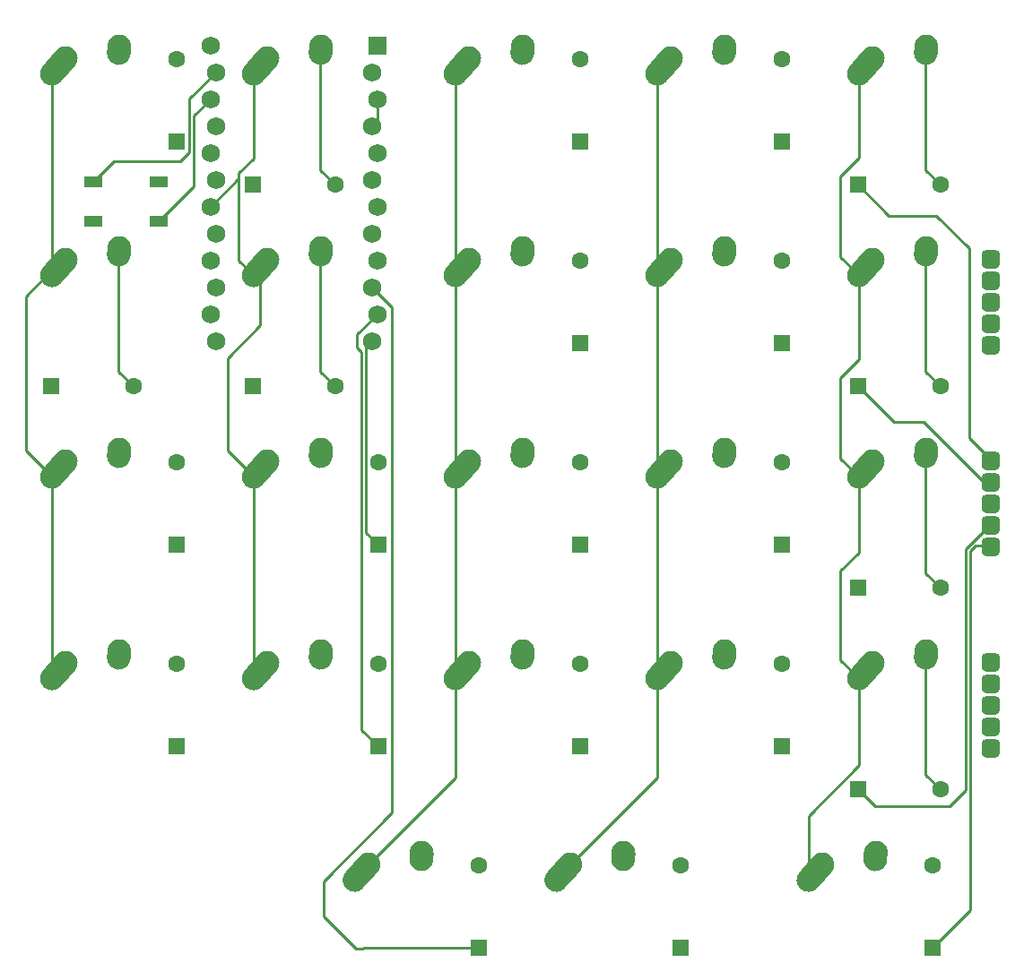
<source format=gtl>
%TF.GenerationSoftware,KiCad,Pcbnew,(5.1.12)-1*%
%TF.CreationDate,2022-01-01T12:52:38-05:00*%
%TF.ProjectId,my-keeb-1,6d792d6b-6565-4622-9d31-2e6b69636164,rev?*%
%TF.SameCoordinates,Original*%
%TF.FileFunction,Copper,L1,Top*%
%TF.FilePolarity,Positive*%
%FSLAX46Y46*%
G04 Gerber Fmt 4.6, Leading zero omitted, Abs format (unit mm)*
G04 Created by KiCad (PCBNEW (5.1.12)-1) date 2022-01-01 12:52:38*
%MOMM*%
%LPD*%
G01*
G04 APERTURE LIST*
%TA.AperFunction,ComponentPad*%
%ADD10C,2.250000*%
%TD*%
%TA.AperFunction,ComponentPad*%
%ADD11C,1.752600*%
%TD*%
%TA.AperFunction,ComponentPad*%
%ADD12R,1.752600X1.752600*%
%TD*%
%TA.AperFunction,SMDPad,CuDef*%
%ADD13R,1.800000X1.100000*%
%TD*%
%TA.AperFunction,ComponentPad*%
%ADD14R,1.600000X1.600000*%
%TD*%
%TA.AperFunction,ComponentPad*%
%ADD15C,1.600000*%
%TD*%
%TA.AperFunction,Conductor*%
%ADD16C,0.254000*%
%TD*%
G04 APERTURE END LIST*
%TO.P,M3,5*%
%TO.N,COL9*%
%TA.AperFunction,ComponentPad*%
G36*
G01*
X107937300Y-36772850D02*
X107937300Y-37649150D01*
G75*
G02*
X107499150Y-38087300I-438150J0D01*
G01*
X106622850Y-38087300D01*
G75*
G02*
X106184700Y-37649150I0J438150D01*
G01*
X106184700Y-36772850D01*
G75*
G02*
X106622850Y-36334700I438150J0D01*
G01*
X107499150Y-36334700D01*
G75*
G02*
X107937300Y-36772850I0J-438150D01*
G01*
G37*
%TD.AperFunction*%
%TO.P,M3,4*%
%TO.N,COL8*%
%TA.AperFunction,ComponentPad*%
G36*
G01*
X107937300Y-38804850D02*
X107937300Y-39681150D01*
G75*
G02*
X107499150Y-40119300I-438150J0D01*
G01*
X106622850Y-40119300D01*
G75*
G02*
X106184700Y-39681150I0J438150D01*
G01*
X106184700Y-38804850D01*
G75*
G02*
X106622850Y-38366700I438150J0D01*
G01*
X107499150Y-38366700D01*
G75*
G02*
X107937300Y-38804850I0J-438150D01*
G01*
G37*
%TD.AperFunction*%
%TO.P,M3,3*%
%TO.N,COL7*%
%TA.AperFunction,ComponentPad*%
G36*
G01*
X107937300Y-40836850D02*
X107937300Y-41713150D01*
G75*
G02*
X107499150Y-42151300I-438150J0D01*
G01*
X106622850Y-42151300D01*
G75*
G02*
X106184700Y-41713150I0J438150D01*
G01*
X106184700Y-40836850D01*
G75*
G02*
X106622850Y-40398700I438150J0D01*
G01*
X107499150Y-40398700D01*
G75*
G02*
X107937300Y-40836850I0J-438150D01*
G01*
G37*
%TD.AperFunction*%
%TO.P,M3,2*%
%TO.N,COL6*%
%TA.AperFunction,ComponentPad*%
G36*
G01*
X107937300Y-42868850D02*
X107937300Y-43745150D01*
G75*
G02*
X107499150Y-44183300I-438150J0D01*
G01*
X106622850Y-44183300D01*
G75*
G02*
X106184700Y-43745150I0J438150D01*
G01*
X106184700Y-42868850D01*
G75*
G02*
X106622850Y-42430700I438150J0D01*
G01*
X107499150Y-42430700D01*
G75*
G02*
X107937300Y-42868850I0J-438150D01*
G01*
G37*
%TD.AperFunction*%
%TO.P,M3,1*%
%TO.N,COL5*%
%TA.AperFunction,ComponentPad*%
G36*
G01*
X107937300Y-44900850D02*
X107937300Y-45777150D01*
G75*
G02*
X107499150Y-46215300I-438150J0D01*
G01*
X106622850Y-46215300D01*
G75*
G02*
X106184700Y-45777150I0J438150D01*
G01*
X106184700Y-44900850D01*
G75*
G02*
X106622850Y-44462700I438150J0D01*
G01*
X107499150Y-44462700D01*
G75*
G02*
X107937300Y-44900850I0J-438150D01*
G01*
G37*
%TD.AperFunction*%
%TD*%
%TO.P,M2,5*%
%TO.N,COL4*%
%TA.AperFunction,ComponentPad*%
G36*
G01*
X106184700Y-83877150D02*
X106184700Y-83000850D01*
G75*
G02*
X106622850Y-82562700I438150J0D01*
G01*
X107499150Y-82562700D01*
G75*
G02*
X107937300Y-83000850I0J-438150D01*
G01*
X107937300Y-83877150D01*
G75*
G02*
X107499150Y-84315300I-438150J0D01*
G01*
X106622850Y-84315300D01*
G75*
G02*
X106184700Y-83877150I0J438150D01*
G01*
G37*
%TD.AperFunction*%
%TO.P,M2,4*%
%TO.N,COL3*%
%TA.AperFunction,ComponentPad*%
G36*
G01*
X106184700Y-81845150D02*
X106184700Y-80968850D01*
G75*
G02*
X106622850Y-80530700I438150J0D01*
G01*
X107499150Y-80530700D01*
G75*
G02*
X107937300Y-80968850I0J-438150D01*
G01*
X107937300Y-81845150D01*
G75*
G02*
X107499150Y-82283300I-438150J0D01*
G01*
X106622850Y-82283300D01*
G75*
G02*
X106184700Y-81845150I0J438150D01*
G01*
G37*
%TD.AperFunction*%
%TO.P,M2,3*%
%TO.N,COL2*%
%TA.AperFunction,ComponentPad*%
G36*
G01*
X106184700Y-79813150D02*
X106184700Y-78936850D01*
G75*
G02*
X106622850Y-78498700I438150J0D01*
G01*
X107499150Y-78498700D01*
G75*
G02*
X107937300Y-78936850I0J-438150D01*
G01*
X107937300Y-79813150D01*
G75*
G02*
X107499150Y-80251300I-438150J0D01*
G01*
X106622850Y-80251300D01*
G75*
G02*
X106184700Y-79813150I0J438150D01*
G01*
G37*
%TD.AperFunction*%
%TO.P,M2,2*%
%TO.N,COL1*%
%TA.AperFunction,ComponentPad*%
G36*
G01*
X106184700Y-77781150D02*
X106184700Y-76904850D01*
G75*
G02*
X106622850Y-76466700I438150J0D01*
G01*
X107499150Y-76466700D01*
G75*
G02*
X107937300Y-76904850I0J-438150D01*
G01*
X107937300Y-77781150D01*
G75*
G02*
X107499150Y-78219300I-438150J0D01*
G01*
X106622850Y-78219300D01*
G75*
G02*
X106184700Y-77781150I0J438150D01*
G01*
G37*
%TD.AperFunction*%
%TO.P,M2,1*%
%TO.N,COL0*%
%TA.AperFunction,ComponentPad*%
G36*
G01*
X106184700Y-75749150D02*
X106184700Y-74872850D01*
G75*
G02*
X106622850Y-74434700I438150J0D01*
G01*
X107499150Y-74434700D01*
G75*
G02*
X107937300Y-74872850I0J-438150D01*
G01*
X107937300Y-75749150D01*
G75*
G02*
X107499150Y-76187300I-438150J0D01*
G01*
X106622850Y-76187300D01*
G75*
G02*
X106184700Y-75749150I0J438150D01*
G01*
G37*
%TD.AperFunction*%
%TD*%
%TO.P,M1,5*%
%TO.N,ROW4*%
%TA.AperFunction,ComponentPad*%
G36*
G01*
X106184700Y-64827150D02*
X106184700Y-63950850D01*
G75*
G02*
X106622850Y-63512700I438150J0D01*
G01*
X107499150Y-63512700D01*
G75*
G02*
X107937300Y-63950850I0J-438150D01*
G01*
X107937300Y-64827150D01*
G75*
G02*
X107499150Y-65265300I-438150J0D01*
G01*
X106622850Y-65265300D01*
G75*
G02*
X106184700Y-64827150I0J438150D01*
G01*
G37*
%TD.AperFunction*%
%TO.P,M1,4*%
%TO.N,ROW3*%
%TA.AperFunction,ComponentPad*%
G36*
G01*
X106184700Y-62795150D02*
X106184700Y-61918850D01*
G75*
G02*
X106622850Y-61480700I438150J0D01*
G01*
X107499150Y-61480700D01*
G75*
G02*
X107937300Y-61918850I0J-438150D01*
G01*
X107937300Y-62795150D01*
G75*
G02*
X107499150Y-63233300I-438150J0D01*
G01*
X106622850Y-63233300D01*
G75*
G02*
X106184700Y-62795150I0J438150D01*
G01*
G37*
%TD.AperFunction*%
%TO.P,M1,3*%
%TO.N,ROW2*%
%TA.AperFunction,ComponentPad*%
G36*
G01*
X106184700Y-60763150D02*
X106184700Y-59886850D01*
G75*
G02*
X106622850Y-59448700I438150J0D01*
G01*
X107499150Y-59448700D01*
G75*
G02*
X107937300Y-59886850I0J-438150D01*
G01*
X107937300Y-60763150D01*
G75*
G02*
X107499150Y-61201300I-438150J0D01*
G01*
X106622850Y-61201300D01*
G75*
G02*
X106184700Y-60763150I0J438150D01*
G01*
G37*
%TD.AperFunction*%
%TO.P,M1,2*%
%TO.N,ROW1*%
%TA.AperFunction,ComponentPad*%
G36*
G01*
X106184700Y-58731150D02*
X106184700Y-57854850D01*
G75*
G02*
X106622850Y-57416700I438150J0D01*
G01*
X107499150Y-57416700D01*
G75*
G02*
X107937300Y-57854850I0J-438150D01*
G01*
X107937300Y-58731150D01*
G75*
G02*
X107499150Y-59169300I-438150J0D01*
G01*
X106622850Y-59169300D01*
G75*
G02*
X106184700Y-58731150I0J438150D01*
G01*
G37*
%TD.AperFunction*%
%TO.P,M1,1*%
%TO.N,ROW0*%
%TA.AperFunction,ComponentPad*%
G36*
G01*
X106184700Y-56699150D02*
X106184700Y-55822850D01*
G75*
G02*
X106622850Y-55384700I438150J0D01*
G01*
X107499150Y-55384700D01*
G75*
G02*
X107937300Y-55822850I0J-438150D01*
G01*
X107937300Y-56699150D01*
G75*
G02*
X107499150Y-57137300I-438150J0D01*
G01*
X106622850Y-57137300D01*
G75*
G02*
X106184700Y-56699150I0J438150D01*
G01*
G37*
%TD.AperFunction*%
%TD*%
D10*
%TO.P,MX19,1*%
%TO.N,COL4*%
X95925000Y-18225000D03*
%TA.AperFunction,ComponentPad*%
G36*
G01*
X93863688Y-20522350D02*
X93863683Y-20522345D01*
G75*
G02*
X93777655Y-18933683I751317J837345D01*
G01*
X95087657Y-17473683D01*
G75*
G02*
X96676319Y-17387655I837345J-751317D01*
G01*
X96676319Y-17387655D01*
G75*
G02*
X96762347Y-18976317I-751317J-837345D01*
G01*
X95452345Y-20436317D01*
G75*
G02*
X93863683Y-20522345I-837345J751317D01*
G01*
G37*
%TD.AperFunction*%
%TO.P,MX19,2*%
%TO.N,Net-(D19-Pad2)*%
X100965000Y-17145000D03*
%TA.AperFunction,ComponentPad*%
G36*
G01*
X100848483Y-18847395D02*
X100847597Y-18847334D01*
G75*
G02*
X99802666Y-17647597I77403J1122334D01*
G01*
X99842666Y-17067597D01*
G75*
G02*
X101042403Y-16022666I1122334J-77403D01*
G01*
X101042403Y-16022666D01*
G75*
G02*
X102087334Y-17222403I-77403J-1122334D01*
G01*
X102047334Y-17802403D01*
G75*
G02*
X100847597Y-18847334I-1122334J77403D01*
G01*
G37*
%TD.AperFunction*%
%TD*%
D11*
%TO.P,U1,24*%
%TO.N,Net-(U1-Pad24)*%
X33426400Y-16986250D03*
%TO.P,U1,12*%
%TO.N,ROW2*%
X48666400Y-44926250D03*
%TO.P,U1,23*%
%TO.N,GND*%
X33883600Y-19526250D03*
%TO.P,U1,22*%
%TO.N,Net-(SW1-Pad1)*%
X33426400Y-22066250D03*
%TO.P,U1,21*%
%TO.N,VCC*%
X33883600Y-24606250D03*
%TO.P,U1,20*%
%TO.N,ROW0*%
X33426400Y-27146250D03*
%TO.P,U1,19*%
%TO.N,COL0*%
X33883600Y-29686250D03*
%TO.P,U1,18*%
%TO.N,COL1*%
X33426400Y-32226250D03*
%TO.P,U1,17*%
%TO.N,COL2*%
X33883600Y-34766250D03*
%TO.P,U1,16*%
%TO.N,COL3*%
X33426400Y-37306250D03*
%TO.P,U1,15*%
%TO.N,COL4*%
X33883600Y-39846250D03*
%TO.P,U1,14*%
%TO.N,Net-(U1-Pad14)*%
X33426400Y-42386250D03*
%TO.P,U1,13*%
%TO.N,ROW1*%
X33883600Y-44926250D03*
%TO.P,U1,11*%
%TO.N,ROW3*%
X49123600Y-42386250D03*
%TO.P,U1,10*%
%TO.N,ROW4*%
X48666400Y-39846250D03*
%TO.P,U1,9*%
%TO.N,COL5*%
X49123600Y-37306250D03*
%TO.P,U1,8*%
%TO.N,COL6*%
X48666400Y-34766250D03*
%TO.P,U1,7*%
%TO.N,COL7*%
X49123600Y-32226250D03*
%TO.P,U1,6*%
%TO.N,COL8*%
X48666400Y-29686250D03*
%TO.P,U1,5*%
%TO.N,COL9*%
X49123600Y-27146250D03*
%TO.P,U1,4*%
%TO.N,GND*%
X48666400Y-24606250D03*
%TO.P,U1,3*%
X49123600Y-22066250D03*
%TO.P,U1,2*%
%TO.N,Net-(U1-Pad2)*%
X48666400Y-19526250D03*
D12*
%TO.P,U1,1*%
%TO.N,Net-(U1-Pad1)*%
X49123600Y-16986250D03*
%TD*%
D13*
%TO.P,SW1,1*%
%TO.N,Net-(SW1-Pad1)*%
X28500000Y-33600000D03*
%TO.P,SW1,2*%
%TO.N,GND*%
X22300000Y-29900000D03*
%TO.P,SW1,3*%
%TO.N,N/C*%
X28500000Y-29900000D03*
%TO.P,SW1,4*%
X22300000Y-33600000D03*
%TD*%
%TO.P,MX23,2*%
%TO.N,Net-(D23-Pad2)*%
%TA.AperFunction,ComponentPad*%
G36*
G01*
X96085983Y-95047395D02*
X96085097Y-95047334D01*
G75*
G02*
X95040166Y-93847597I77403J1122334D01*
G01*
X95080166Y-93267597D01*
G75*
G02*
X96279903Y-92222666I1122334J-77403D01*
G01*
X96279903Y-92222666D01*
G75*
G02*
X97324834Y-93422403I-77403J-1122334D01*
G01*
X97284834Y-94002403D01*
G75*
G02*
X96085097Y-95047334I-1122334J77403D01*
G01*
G37*
%TD.AperFunction*%
D10*
X96202500Y-93345000D03*
%TO.P,MX23,1*%
%TO.N,COL4*%
%TA.AperFunction,ComponentPad*%
G36*
G01*
X89101188Y-96722350D02*
X89101183Y-96722345D01*
G75*
G02*
X89015155Y-95133683I751317J837345D01*
G01*
X90325157Y-93673683D01*
G75*
G02*
X91913819Y-93587655I837345J-751317D01*
G01*
X91913819Y-93587655D01*
G75*
G02*
X91999847Y-95176317I-751317J-837345D01*
G01*
X90689845Y-96636317D01*
G75*
G02*
X89101183Y-96722345I-837345J751317D01*
G01*
G37*
%TD.AperFunction*%
X91162500Y-94425000D03*
%TD*%
%TO.P,MX22,2*%
%TO.N,Net-(D22-Pad2)*%
%TA.AperFunction,ComponentPad*%
G36*
G01*
X100848483Y-75997395D02*
X100847597Y-75997334D01*
G75*
G02*
X99802666Y-74797597I77403J1122334D01*
G01*
X99842666Y-74217597D01*
G75*
G02*
X101042403Y-73172666I1122334J-77403D01*
G01*
X101042403Y-73172666D01*
G75*
G02*
X102087334Y-74372403I-77403J-1122334D01*
G01*
X102047334Y-74952403D01*
G75*
G02*
X100847597Y-75997334I-1122334J77403D01*
G01*
G37*
%TD.AperFunction*%
X100965000Y-74295000D03*
%TO.P,MX22,1*%
%TO.N,COL4*%
%TA.AperFunction,ComponentPad*%
G36*
G01*
X93863688Y-77672350D02*
X93863683Y-77672345D01*
G75*
G02*
X93777655Y-76083683I751317J837345D01*
G01*
X95087657Y-74623683D01*
G75*
G02*
X96676319Y-74537655I837345J-751317D01*
G01*
X96676319Y-74537655D01*
G75*
G02*
X96762347Y-76126317I-751317J-837345D01*
G01*
X95452345Y-77586317D01*
G75*
G02*
X93863683Y-77672345I-837345J751317D01*
G01*
G37*
%TD.AperFunction*%
X95925000Y-75375000D03*
%TD*%
%TO.P,MX21,2*%
%TO.N,Net-(D21-Pad2)*%
%TA.AperFunction,ComponentPad*%
G36*
G01*
X100848483Y-56947395D02*
X100847597Y-56947334D01*
G75*
G02*
X99802666Y-55747597I77403J1122334D01*
G01*
X99842666Y-55167597D01*
G75*
G02*
X101042403Y-54122666I1122334J-77403D01*
G01*
X101042403Y-54122666D01*
G75*
G02*
X102087334Y-55322403I-77403J-1122334D01*
G01*
X102047334Y-55902403D01*
G75*
G02*
X100847597Y-56947334I-1122334J77403D01*
G01*
G37*
%TD.AperFunction*%
X100965000Y-55245000D03*
%TO.P,MX21,1*%
%TO.N,COL4*%
%TA.AperFunction,ComponentPad*%
G36*
G01*
X93863688Y-58622350D02*
X93863683Y-58622345D01*
G75*
G02*
X93777655Y-57033683I751317J837345D01*
G01*
X95087657Y-55573683D01*
G75*
G02*
X96676319Y-55487655I837345J-751317D01*
G01*
X96676319Y-55487655D01*
G75*
G02*
X96762347Y-57076317I-751317J-837345D01*
G01*
X95452345Y-58536317D01*
G75*
G02*
X93863683Y-58622345I-837345J751317D01*
G01*
G37*
%TD.AperFunction*%
X95925000Y-56325000D03*
%TD*%
%TO.P,MX20,2*%
%TO.N,Net-(D20-Pad2)*%
%TA.AperFunction,ComponentPad*%
G36*
G01*
X100848483Y-37897395D02*
X100847597Y-37897334D01*
G75*
G02*
X99802666Y-36697597I77403J1122334D01*
G01*
X99842666Y-36117597D01*
G75*
G02*
X101042403Y-35072666I1122334J-77403D01*
G01*
X101042403Y-35072666D01*
G75*
G02*
X102087334Y-36272403I-77403J-1122334D01*
G01*
X102047334Y-36852403D01*
G75*
G02*
X100847597Y-37897334I-1122334J77403D01*
G01*
G37*
%TD.AperFunction*%
X100965000Y-36195000D03*
%TO.P,MX20,1*%
%TO.N,COL4*%
%TA.AperFunction,ComponentPad*%
G36*
G01*
X93863688Y-39572350D02*
X93863683Y-39572345D01*
G75*
G02*
X93777655Y-37983683I751317J837345D01*
G01*
X95087657Y-36523683D01*
G75*
G02*
X96676319Y-36437655I837345J-751317D01*
G01*
X96676319Y-36437655D01*
G75*
G02*
X96762347Y-38026317I-751317J-837345D01*
G01*
X95452345Y-39486317D01*
G75*
G02*
X93863683Y-39572345I-837345J751317D01*
G01*
G37*
%TD.AperFunction*%
X95925000Y-37275000D03*
%TD*%
%TO.P,MX18,2*%
%TO.N,Net-(D18-Pad2)*%
%TA.AperFunction,ComponentPad*%
G36*
G01*
X72273483Y-95047395D02*
X72272597Y-95047334D01*
G75*
G02*
X71227666Y-93847597I77403J1122334D01*
G01*
X71267666Y-93267597D01*
G75*
G02*
X72467403Y-92222666I1122334J-77403D01*
G01*
X72467403Y-92222666D01*
G75*
G02*
X73512334Y-93422403I-77403J-1122334D01*
G01*
X73472334Y-94002403D01*
G75*
G02*
X72272597Y-95047334I-1122334J77403D01*
G01*
G37*
%TD.AperFunction*%
X72390000Y-93345000D03*
%TO.P,MX18,1*%
%TO.N,COL3*%
%TA.AperFunction,ComponentPad*%
G36*
G01*
X65288688Y-96722350D02*
X65288683Y-96722345D01*
G75*
G02*
X65202655Y-95133683I751317J837345D01*
G01*
X66512657Y-93673683D01*
G75*
G02*
X68101319Y-93587655I837345J-751317D01*
G01*
X68101319Y-93587655D01*
G75*
G02*
X68187347Y-95176317I-751317J-837345D01*
G01*
X66877345Y-96636317D01*
G75*
G02*
X65288683Y-96722345I-837345J751317D01*
G01*
G37*
%TD.AperFunction*%
X67350000Y-94425000D03*
%TD*%
%TO.P,MX17,2*%
%TO.N,Net-(D17-Pad2)*%
%TA.AperFunction,ComponentPad*%
G36*
G01*
X81798483Y-75997395D02*
X81797597Y-75997334D01*
G75*
G02*
X80752666Y-74797597I77403J1122334D01*
G01*
X80792666Y-74217597D01*
G75*
G02*
X81992403Y-73172666I1122334J-77403D01*
G01*
X81992403Y-73172666D01*
G75*
G02*
X83037334Y-74372403I-77403J-1122334D01*
G01*
X82997334Y-74952403D01*
G75*
G02*
X81797597Y-75997334I-1122334J77403D01*
G01*
G37*
%TD.AperFunction*%
X81915000Y-74295000D03*
%TO.P,MX17,1*%
%TO.N,COL3*%
%TA.AperFunction,ComponentPad*%
G36*
G01*
X74813688Y-77672350D02*
X74813683Y-77672345D01*
G75*
G02*
X74727655Y-76083683I751317J837345D01*
G01*
X76037657Y-74623683D01*
G75*
G02*
X77626319Y-74537655I837345J-751317D01*
G01*
X77626319Y-74537655D01*
G75*
G02*
X77712347Y-76126317I-751317J-837345D01*
G01*
X76402345Y-77586317D01*
G75*
G02*
X74813683Y-77672345I-837345J751317D01*
G01*
G37*
%TD.AperFunction*%
X76875000Y-75375000D03*
%TD*%
%TO.P,MX16,2*%
%TO.N,Net-(D16-Pad2)*%
%TA.AperFunction,ComponentPad*%
G36*
G01*
X81798483Y-56947395D02*
X81797597Y-56947334D01*
G75*
G02*
X80752666Y-55747597I77403J1122334D01*
G01*
X80792666Y-55167597D01*
G75*
G02*
X81992403Y-54122666I1122334J-77403D01*
G01*
X81992403Y-54122666D01*
G75*
G02*
X83037334Y-55322403I-77403J-1122334D01*
G01*
X82997334Y-55902403D01*
G75*
G02*
X81797597Y-56947334I-1122334J77403D01*
G01*
G37*
%TD.AperFunction*%
X81915000Y-55245000D03*
%TO.P,MX16,1*%
%TO.N,COL3*%
%TA.AperFunction,ComponentPad*%
G36*
G01*
X74813688Y-58622350D02*
X74813683Y-58622345D01*
G75*
G02*
X74727655Y-57033683I751317J837345D01*
G01*
X76037657Y-55573683D01*
G75*
G02*
X77626319Y-55487655I837345J-751317D01*
G01*
X77626319Y-55487655D01*
G75*
G02*
X77712347Y-57076317I-751317J-837345D01*
G01*
X76402345Y-58536317D01*
G75*
G02*
X74813683Y-58622345I-837345J751317D01*
G01*
G37*
%TD.AperFunction*%
X76875000Y-56325000D03*
%TD*%
%TO.P,MX15,2*%
%TO.N,Net-(D15-Pad2)*%
%TA.AperFunction,ComponentPad*%
G36*
G01*
X81798483Y-37897395D02*
X81797597Y-37897334D01*
G75*
G02*
X80752666Y-36697597I77403J1122334D01*
G01*
X80792666Y-36117597D01*
G75*
G02*
X81992403Y-35072666I1122334J-77403D01*
G01*
X81992403Y-35072666D01*
G75*
G02*
X83037334Y-36272403I-77403J-1122334D01*
G01*
X82997334Y-36852403D01*
G75*
G02*
X81797597Y-37897334I-1122334J77403D01*
G01*
G37*
%TD.AperFunction*%
X81915000Y-36195000D03*
%TO.P,MX15,1*%
%TO.N,COL3*%
%TA.AperFunction,ComponentPad*%
G36*
G01*
X74813688Y-39572350D02*
X74813683Y-39572345D01*
G75*
G02*
X74727655Y-37983683I751317J837345D01*
G01*
X76037657Y-36523683D01*
G75*
G02*
X77626319Y-36437655I837345J-751317D01*
G01*
X77626319Y-36437655D01*
G75*
G02*
X77712347Y-38026317I-751317J-837345D01*
G01*
X76402345Y-39486317D01*
G75*
G02*
X74813683Y-39572345I-837345J751317D01*
G01*
G37*
%TD.AperFunction*%
X76875000Y-37275000D03*
%TD*%
%TO.P,MX14,2*%
%TO.N,Net-(D14-Pad2)*%
%TA.AperFunction,ComponentPad*%
G36*
G01*
X81798483Y-18847395D02*
X81797597Y-18847334D01*
G75*
G02*
X80752666Y-17647597I77403J1122334D01*
G01*
X80792666Y-17067597D01*
G75*
G02*
X81992403Y-16022666I1122334J-77403D01*
G01*
X81992403Y-16022666D01*
G75*
G02*
X83037334Y-17222403I-77403J-1122334D01*
G01*
X82997334Y-17802403D01*
G75*
G02*
X81797597Y-18847334I-1122334J77403D01*
G01*
G37*
%TD.AperFunction*%
X81915000Y-17145000D03*
%TO.P,MX14,1*%
%TO.N,COL3*%
%TA.AperFunction,ComponentPad*%
G36*
G01*
X74813688Y-20522350D02*
X74813683Y-20522345D01*
G75*
G02*
X74727655Y-18933683I751317J837345D01*
G01*
X76037657Y-17473683D01*
G75*
G02*
X77626319Y-17387655I837345J-751317D01*
G01*
X77626319Y-17387655D01*
G75*
G02*
X77712347Y-18976317I-751317J-837345D01*
G01*
X76402345Y-20436317D01*
G75*
G02*
X74813683Y-20522345I-837345J751317D01*
G01*
G37*
%TD.AperFunction*%
X76875000Y-18225000D03*
%TD*%
%TO.P,MX13,2*%
%TO.N,Net-(D13-Pad2)*%
%TA.AperFunction,ComponentPad*%
G36*
G01*
X53223483Y-95047395D02*
X53222597Y-95047334D01*
G75*
G02*
X52177666Y-93847597I77403J1122334D01*
G01*
X52217666Y-93267597D01*
G75*
G02*
X53417403Y-92222666I1122334J-77403D01*
G01*
X53417403Y-92222666D01*
G75*
G02*
X54462334Y-93422403I-77403J-1122334D01*
G01*
X54422334Y-94002403D01*
G75*
G02*
X53222597Y-95047334I-1122334J77403D01*
G01*
G37*
%TD.AperFunction*%
X53340000Y-93345000D03*
%TO.P,MX13,1*%
%TO.N,COL2*%
%TA.AperFunction,ComponentPad*%
G36*
G01*
X46238688Y-96722350D02*
X46238683Y-96722345D01*
G75*
G02*
X46152655Y-95133683I751317J837345D01*
G01*
X47462657Y-93673683D01*
G75*
G02*
X49051319Y-93587655I837345J-751317D01*
G01*
X49051319Y-93587655D01*
G75*
G02*
X49137347Y-95176317I-751317J-837345D01*
G01*
X47827345Y-96636317D01*
G75*
G02*
X46238683Y-96722345I-837345J751317D01*
G01*
G37*
%TD.AperFunction*%
X48300000Y-94425000D03*
%TD*%
%TO.P,MX12,2*%
%TO.N,Net-(D12-Pad2)*%
%TA.AperFunction,ComponentPad*%
G36*
G01*
X62748483Y-75997395D02*
X62747597Y-75997334D01*
G75*
G02*
X61702666Y-74797597I77403J1122334D01*
G01*
X61742666Y-74217597D01*
G75*
G02*
X62942403Y-73172666I1122334J-77403D01*
G01*
X62942403Y-73172666D01*
G75*
G02*
X63987334Y-74372403I-77403J-1122334D01*
G01*
X63947334Y-74952403D01*
G75*
G02*
X62747597Y-75997334I-1122334J77403D01*
G01*
G37*
%TD.AperFunction*%
X62865000Y-74295000D03*
%TO.P,MX12,1*%
%TO.N,COL2*%
%TA.AperFunction,ComponentPad*%
G36*
G01*
X55763688Y-77672350D02*
X55763683Y-77672345D01*
G75*
G02*
X55677655Y-76083683I751317J837345D01*
G01*
X56987657Y-74623683D01*
G75*
G02*
X58576319Y-74537655I837345J-751317D01*
G01*
X58576319Y-74537655D01*
G75*
G02*
X58662347Y-76126317I-751317J-837345D01*
G01*
X57352345Y-77586317D01*
G75*
G02*
X55763683Y-77672345I-837345J751317D01*
G01*
G37*
%TD.AperFunction*%
X57825000Y-75375000D03*
%TD*%
%TO.P,MX11,2*%
%TO.N,Net-(D11-Pad2)*%
%TA.AperFunction,ComponentPad*%
G36*
G01*
X62748483Y-56947395D02*
X62747597Y-56947334D01*
G75*
G02*
X61702666Y-55747597I77403J1122334D01*
G01*
X61742666Y-55167597D01*
G75*
G02*
X62942403Y-54122666I1122334J-77403D01*
G01*
X62942403Y-54122666D01*
G75*
G02*
X63987334Y-55322403I-77403J-1122334D01*
G01*
X63947334Y-55902403D01*
G75*
G02*
X62747597Y-56947334I-1122334J77403D01*
G01*
G37*
%TD.AperFunction*%
X62865000Y-55245000D03*
%TO.P,MX11,1*%
%TO.N,COL2*%
%TA.AperFunction,ComponentPad*%
G36*
G01*
X55763688Y-58622350D02*
X55763683Y-58622345D01*
G75*
G02*
X55677655Y-57033683I751317J837345D01*
G01*
X56987657Y-55573683D01*
G75*
G02*
X58576319Y-55487655I837345J-751317D01*
G01*
X58576319Y-55487655D01*
G75*
G02*
X58662347Y-57076317I-751317J-837345D01*
G01*
X57352345Y-58536317D01*
G75*
G02*
X55763683Y-58622345I-837345J751317D01*
G01*
G37*
%TD.AperFunction*%
X57825000Y-56325000D03*
%TD*%
%TO.P,MX10,2*%
%TO.N,Net-(D10-Pad2)*%
%TA.AperFunction,ComponentPad*%
G36*
G01*
X62748483Y-37897395D02*
X62747597Y-37897334D01*
G75*
G02*
X61702666Y-36697597I77403J1122334D01*
G01*
X61742666Y-36117597D01*
G75*
G02*
X62942403Y-35072666I1122334J-77403D01*
G01*
X62942403Y-35072666D01*
G75*
G02*
X63987334Y-36272403I-77403J-1122334D01*
G01*
X63947334Y-36852403D01*
G75*
G02*
X62747597Y-37897334I-1122334J77403D01*
G01*
G37*
%TD.AperFunction*%
X62865000Y-36195000D03*
%TO.P,MX10,1*%
%TO.N,COL2*%
%TA.AperFunction,ComponentPad*%
G36*
G01*
X55763688Y-39572350D02*
X55763683Y-39572345D01*
G75*
G02*
X55677655Y-37983683I751317J837345D01*
G01*
X56987657Y-36523683D01*
G75*
G02*
X58576319Y-36437655I837345J-751317D01*
G01*
X58576319Y-36437655D01*
G75*
G02*
X58662347Y-38026317I-751317J-837345D01*
G01*
X57352345Y-39486317D01*
G75*
G02*
X55763683Y-39572345I-837345J751317D01*
G01*
G37*
%TD.AperFunction*%
X57825000Y-37275000D03*
%TD*%
%TO.P,MX9,2*%
%TO.N,Net-(D9-Pad2)*%
%TA.AperFunction,ComponentPad*%
G36*
G01*
X62748483Y-18847395D02*
X62747597Y-18847334D01*
G75*
G02*
X61702666Y-17647597I77403J1122334D01*
G01*
X61742666Y-17067597D01*
G75*
G02*
X62942403Y-16022666I1122334J-77403D01*
G01*
X62942403Y-16022666D01*
G75*
G02*
X63987334Y-17222403I-77403J-1122334D01*
G01*
X63947334Y-17802403D01*
G75*
G02*
X62747597Y-18847334I-1122334J77403D01*
G01*
G37*
%TD.AperFunction*%
X62865000Y-17145000D03*
%TO.P,MX9,1*%
%TO.N,COL2*%
%TA.AperFunction,ComponentPad*%
G36*
G01*
X55763688Y-20522350D02*
X55763683Y-20522345D01*
G75*
G02*
X55677655Y-18933683I751317J837345D01*
G01*
X56987657Y-17473683D01*
G75*
G02*
X58576319Y-17387655I837345J-751317D01*
G01*
X58576319Y-17387655D01*
G75*
G02*
X58662347Y-18976317I-751317J-837345D01*
G01*
X57352345Y-20436317D01*
G75*
G02*
X55763683Y-20522345I-837345J751317D01*
G01*
G37*
%TD.AperFunction*%
X57825000Y-18225000D03*
%TD*%
%TO.P,MX8,2*%
%TO.N,Net-(D8-Pad2)*%
%TA.AperFunction,ComponentPad*%
G36*
G01*
X43698483Y-75997395D02*
X43697597Y-75997334D01*
G75*
G02*
X42652666Y-74797597I77403J1122334D01*
G01*
X42692666Y-74217597D01*
G75*
G02*
X43892403Y-73172666I1122334J-77403D01*
G01*
X43892403Y-73172666D01*
G75*
G02*
X44937334Y-74372403I-77403J-1122334D01*
G01*
X44897334Y-74952403D01*
G75*
G02*
X43697597Y-75997334I-1122334J77403D01*
G01*
G37*
%TD.AperFunction*%
X43815000Y-74295000D03*
%TO.P,MX8,1*%
%TO.N,COL1*%
%TA.AperFunction,ComponentPad*%
G36*
G01*
X36713688Y-77672350D02*
X36713683Y-77672345D01*
G75*
G02*
X36627655Y-76083683I751317J837345D01*
G01*
X37937657Y-74623683D01*
G75*
G02*
X39526319Y-74537655I837345J-751317D01*
G01*
X39526319Y-74537655D01*
G75*
G02*
X39612347Y-76126317I-751317J-837345D01*
G01*
X38302345Y-77586317D01*
G75*
G02*
X36713683Y-77672345I-837345J751317D01*
G01*
G37*
%TD.AperFunction*%
X38775000Y-75375000D03*
%TD*%
%TO.P,MX7,2*%
%TO.N,Net-(D7-Pad2)*%
%TA.AperFunction,ComponentPad*%
G36*
G01*
X43698483Y-56947395D02*
X43697597Y-56947334D01*
G75*
G02*
X42652666Y-55747597I77403J1122334D01*
G01*
X42692666Y-55167597D01*
G75*
G02*
X43892403Y-54122666I1122334J-77403D01*
G01*
X43892403Y-54122666D01*
G75*
G02*
X44937334Y-55322403I-77403J-1122334D01*
G01*
X44897334Y-55902403D01*
G75*
G02*
X43697597Y-56947334I-1122334J77403D01*
G01*
G37*
%TD.AperFunction*%
X43815000Y-55245000D03*
%TO.P,MX7,1*%
%TO.N,COL1*%
%TA.AperFunction,ComponentPad*%
G36*
G01*
X36713688Y-58622350D02*
X36713683Y-58622345D01*
G75*
G02*
X36627655Y-57033683I751317J837345D01*
G01*
X37937657Y-55573683D01*
G75*
G02*
X39526319Y-55487655I837345J-751317D01*
G01*
X39526319Y-55487655D01*
G75*
G02*
X39612347Y-57076317I-751317J-837345D01*
G01*
X38302345Y-58536317D01*
G75*
G02*
X36713683Y-58622345I-837345J751317D01*
G01*
G37*
%TD.AperFunction*%
X38775000Y-56325000D03*
%TD*%
%TO.P,MX6,2*%
%TO.N,Net-(D6-Pad2)*%
%TA.AperFunction,ComponentPad*%
G36*
G01*
X43698483Y-37897395D02*
X43697597Y-37897334D01*
G75*
G02*
X42652666Y-36697597I77403J1122334D01*
G01*
X42692666Y-36117597D01*
G75*
G02*
X43892403Y-35072666I1122334J-77403D01*
G01*
X43892403Y-35072666D01*
G75*
G02*
X44937334Y-36272403I-77403J-1122334D01*
G01*
X44897334Y-36852403D01*
G75*
G02*
X43697597Y-37897334I-1122334J77403D01*
G01*
G37*
%TD.AperFunction*%
X43815000Y-36195000D03*
%TO.P,MX6,1*%
%TO.N,COL1*%
%TA.AperFunction,ComponentPad*%
G36*
G01*
X36713688Y-39572350D02*
X36713683Y-39572345D01*
G75*
G02*
X36627655Y-37983683I751317J837345D01*
G01*
X37937657Y-36523683D01*
G75*
G02*
X39526319Y-36437655I837345J-751317D01*
G01*
X39526319Y-36437655D01*
G75*
G02*
X39612347Y-38026317I-751317J-837345D01*
G01*
X38302345Y-39486317D01*
G75*
G02*
X36713683Y-39572345I-837345J751317D01*
G01*
G37*
%TD.AperFunction*%
X38775000Y-37275000D03*
%TD*%
%TO.P,MX5,2*%
%TO.N,Net-(D5-Pad2)*%
%TA.AperFunction,ComponentPad*%
G36*
G01*
X43698483Y-18847395D02*
X43697597Y-18847334D01*
G75*
G02*
X42652666Y-17647597I77403J1122334D01*
G01*
X42692666Y-17067597D01*
G75*
G02*
X43892403Y-16022666I1122334J-77403D01*
G01*
X43892403Y-16022666D01*
G75*
G02*
X44937334Y-17222403I-77403J-1122334D01*
G01*
X44897334Y-17802403D01*
G75*
G02*
X43697597Y-18847334I-1122334J77403D01*
G01*
G37*
%TD.AperFunction*%
X43815000Y-17145000D03*
%TO.P,MX5,1*%
%TO.N,COL1*%
%TA.AperFunction,ComponentPad*%
G36*
G01*
X36713688Y-20522350D02*
X36713683Y-20522345D01*
G75*
G02*
X36627655Y-18933683I751317J837345D01*
G01*
X37937657Y-17473683D01*
G75*
G02*
X39526319Y-17387655I837345J-751317D01*
G01*
X39526319Y-17387655D01*
G75*
G02*
X39612347Y-18976317I-751317J-837345D01*
G01*
X38302345Y-20436317D01*
G75*
G02*
X36713683Y-20522345I-837345J751317D01*
G01*
G37*
%TD.AperFunction*%
X38775000Y-18225000D03*
%TD*%
%TO.P,MX4,2*%
%TO.N,Net-(D4-Pad2)*%
%TA.AperFunction,ComponentPad*%
G36*
G01*
X24648483Y-75997395D02*
X24647597Y-75997334D01*
G75*
G02*
X23602666Y-74797597I77403J1122334D01*
G01*
X23642666Y-74217597D01*
G75*
G02*
X24842403Y-73172666I1122334J-77403D01*
G01*
X24842403Y-73172666D01*
G75*
G02*
X25887334Y-74372403I-77403J-1122334D01*
G01*
X25847334Y-74952403D01*
G75*
G02*
X24647597Y-75997334I-1122334J77403D01*
G01*
G37*
%TD.AperFunction*%
X24765000Y-74295000D03*
%TO.P,MX4,1*%
%TO.N,COL0*%
%TA.AperFunction,ComponentPad*%
G36*
G01*
X17663688Y-77672350D02*
X17663683Y-77672345D01*
G75*
G02*
X17577655Y-76083683I751317J837345D01*
G01*
X18887657Y-74623683D01*
G75*
G02*
X20476319Y-74537655I837345J-751317D01*
G01*
X20476319Y-74537655D01*
G75*
G02*
X20562347Y-76126317I-751317J-837345D01*
G01*
X19252345Y-77586317D01*
G75*
G02*
X17663683Y-77672345I-837345J751317D01*
G01*
G37*
%TD.AperFunction*%
X19725000Y-75375000D03*
%TD*%
%TO.P,MX3,2*%
%TO.N,Net-(D3-Pad2)*%
%TA.AperFunction,ComponentPad*%
G36*
G01*
X24648483Y-56947395D02*
X24647597Y-56947334D01*
G75*
G02*
X23602666Y-55747597I77403J1122334D01*
G01*
X23642666Y-55167597D01*
G75*
G02*
X24842403Y-54122666I1122334J-77403D01*
G01*
X24842403Y-54122666D01*
G75*
G02*
X25887334Y-55322403I-77403J-1122334D01*
G01*
X25847334Y-55902403D01*
G75*
G02*
X24647597Y-56947334I-1122334J77403D01*
G01*
G37*
%TD.AperFunction*%
X24765000Y-55245000D03*
%TO.P,MX3,1*%
%TO.N,COL0*%
%TA.AperFunction,ComponentPad*%
G36*
G01*
X17663688Y-58622350D02*
X17663683Y-58622345D01*
G75*
G02*
X17577655Y-57033683I751317J837345D01*
G01*
X18887657Y-55573683D01*
G75*
G02*
X20476319Y-55487655I837345J-751317D01*
G01*
X20476319Y-55487655D01*
G75*
G02*
X20562347Y-57076317I-751317J-837345D01*
G01*
X19252345Y-58536317D01*
G75*
G02*
X17663683Y-58622345I-837345J751317D01*
G01*
G37*
%TD.AperFunction*%
X19725000Y-56325000D03*
%TD*%
%TO.P,MX2,2*%
%TO.N,Net-(D2-Pad2)*%
%TA.AperFunction,ComponentPad*%
G36*
G01*
X24648483Y-37897395D02*
X24647597Y-37897334D01*
G75*
G02*
X23602666Y-36697597I77403J1122334D01*
G01*
X23642666Y-36117597D01*
G75*
G02*
X24842403Y-35072666I1122334J-77403D01*
G01*
X24842403Y-35072666D01*
G75*
G02*
X25887334Y-36272403I-77403J-1122334D01*
G01*
X25847334Y-36852403D01*
G75*
G02*
X24647597Y-37897334I-1122334J77403D01*
G01*
G37*
%TD.AperFunction*%
X24765000Y-36195000D03*
%TO.P,MX2,1*%
%TO.N,COL0*%
%TA.AperFunction,ComponentPad*%
G36*
G01*
X17663688Y-39572350D02*
X17663683Y-39572345D01*
G75*
G02*
X17577655Y-37983683I751317J837345D01*
G01*
X18887657Y-36523683D01*
G75*
G02*
X20476319Y-36437655I837345J-751317D01*
G01*
X20476319Y-36437655D01*
G75*
G02*
X20562347Y-38026317I-751317J-837345D01*
G01*
X19252345Y-39486317D01*
G75*
G02*
X17663683Y-39572345I-837345J751317D01*
G01*
G37*
%TD.AperFunction*%
X19725000Y-37275000D03*
%TD*%
%TO.P,MX1,2*%
%TO.N,Net-(D1-Pad2)*%
%TA.AperFunction,ComponentPad*%
G36*
G01*
X24648483Y-18847395D02*
X24647597Y-18847334D01*
G75*
G02*
X23602666Y-17647597I77403J1122334D01*
G01*
X23642666Y-17067597D01*
G75*
G02*
X24842403Y-16022666I1122334J-77403D01*
G01*
X24842403Y-16022666D01*
G75*
G02*
X25887334Y-17222403I-77403J-1122334D01*
G01*
X25847334Y-17802403D01*
G75*
G02*
X24647597Y-18847334I-1122334J77403D01*
G01*
G37*
%TD.AperFunction*%
X24765000Y-17145000D03*
%TO.P,MX1,1*%
%TO.N,COL0*%
%TA.AperFunction,ComponentPad*%
G36*
G01*
X17663688Y-20522350D02*
X17663683Y-20522345D01*
G75*
G02*
X17577655Y-18933683I751317J837345D01*
G01*
X18887657Y-17473683D01*
G75*
G02*
X20476319Y-17387655I837345J-751317D01*
G01*
X20476319Y-17387655D01*
G75*
G02*
X20562347Y-18976317I-751317J-837345D01*
G01*
X19252345Y-20436317D01*
G75*
G02*
X17663683Y-20522345I-837345J751317D01*
G01*
G37*
%TD.AperFunction*%
X19725000Y-18225000D03*
%TD*%
D14*
%TO.P,D23,1*%
%TO.N,ROW4*%
X101600000Y-102325000D03*
D15*
%TO.P,D23,2*%
%TO.N,Net-(D23-Pad2)*%
X101600000Y-94525000D03*
%TD*%
D14*
%TO.P,D22,1*%
%TO.N,ROW3*%
X94525000Y-87312500D03*
D15*
%TO.P,D22,2*%
%TO.N,Net-(D22-Pad2)*%
X102325000Y-87312500D03*
%TD*%
D14*
%TO.P,D21,1*%
%TO.N,ROW2*%
X94525000Y-68262500D03*
D15*
%TO.P,D21,2*%
%TO.N,Net-(D21-Pad2)*%
X102325000Y-68262500D03*
%TD*%
%TO.P,D20,2*%
%TO.N,Net-(D20-Pad2)*%
X102325000Y-49212500D03*
D14*
%TO.P,D20,1*%
%TO.N,ROW1*%
X94525000Y-49212500D03*
%TD*%
%TO.P,D19,1*%
%TO.N,ROW0*%
X94525000Y-30162500D03*
D15*
%TO.P,D19,2*%
%TO.N,Net-(D19-Pad2)*%
X102325000Y-30162500D03*
%TD*%
D14*
%TO.P,D18,1*%
%TO.N,ROW4*%
X77787500Y-102325000D03*
D15*
%TO.P,D18,2*%
%TO.N,Net-(D18-Pad2)*%
X77787500Y-94525000D03*
%TD*%
D14*
%TO.P,D17,1*%
%TO.N,ROW3*%
X87312500Y-83275000D03*
D15*
%TO.P,D17,2*%
%TO.N,Net-(D17-Pad2)*%
X87312500Y-75475000D03*
%TD*%
D14*
%TO.P,D16,1*%
%TO.N,ROW2*%
X87312500Y-64225000D03*
D15*
%TO.P,D16,2*%
%TO.N,Net-(D16-Pad2)*%
X87312500Y-56425000D03*
%TD*%
D14*
%TO.P,D15,1*%
%TO.N,ROW1*%
X87312500Y-45175000D03*
D15*
%TO.P,D15,2*%
%TO.N,Net-(D15-Pad2)*%
X87312500Y-37375000D03*
%TD*%
D14*
%TO.P,D14,1*%
%TO.N,ROW0*%
X87312500Y-26125000D03*
D15*
%TO.P,D14,2*%
%TO.N,Net-(D14-Pad2)*%
X87312500Y-18325000D03*
%TD*%
D14*
%TO.P,D13,1*%
%TO.N,ROW4*%
X58737500Y-102325000D03*
D15*
%TO.P,D13,2*%
%TO.N,Net-(D13-Pad2)*%
X58737500Y-94525000D03*
%TD*%
D14*
%TO.P,D12,1*%
%TO.N,ROW3*%
X68262500Y-83275000D03*
D15*
%TO.P,D12,2*%
%TO.N,Net-(D12-Pad2)*%
X68262500Y-75475000D03*
%TD*%
D14*
%TO.P,D11,1*%
%TO.N,ROW2*%
X68262500Y-64225000D03*
D15*
%TO.P,D11,2*%
%TO.N,Net-(D11-Pad2)*%
X68262500Y-56425000D03*
%TD*%
D14*
%TO.P,D10,1*%
%TO.N,ROW1*%
X68262500Y-45175000D03*
D15*
%TO.P,D10,2*%
%TO.N,Net-(D10-Pad2)*%
X68262500Y-37375000D03*
%TD*%
D14*
%TO.P,D9,1*%
%TO.N,ROW0*%
X68262500Y-26125000D03*
D15*
%TO.P,D9,2*%
%TO.N,Net-(D9-Pad2)*%
X68262500Y-18325000D03*
%TD*%
D14*
%TO.P,D8,1*%
%TO.N,ROW3*%
X49212500Y-83275000D03*
D15*
%TO.P,D8,2*%
%TO.N,Net-(D8-Pad2)*%
X49212500Y-75475000D03*
%TD*%
D14*
%TO.P,D7,1*%
%TO.N,ROW2*%
X49212500Y-64225000D03*
D15*
%TO.P,D7,2*%
%TO.N,Net-(D7-Pad2)*%
X49212500Y-56425000D03*
%TD*%
D14*
%TO.P,D6,1*%
%TO.N,ROW1*%
X37375000Y-49212500D03*
D15*
%TO.P,D6,2*%
%TO.N,Net-(D6-Pad2)*%
X45175000Y-49212500D03*
%TD*%
D14*
%TO.P,D5,1*%
%TO.N,ROW0*%
X37375000Y-30162500D03*
D15*
%TO.P,D5,2*%
%TO.N,Net-(D5-Pad2)*%
X45175000Y-30162500D03*
%TD*%
D14*
%TO.P,D4,1*%
%TO.N,ROW3*%
X30162500Y-83275000D03*
D15*
%TO.P,D4,2*%
%TO.N,Net-(D4-Pad2)*%
X30162500Y-75475000D03*
%TD*%
D14*
%TO.P,D3,1*%
%TO.N,ROW2*%
X30162500Y-64225000D03*
D15*
%TO.P,D3,2*%
%TO.N,Net-(D3-Pad2)*%
X30162500Y-56425000D03*
%TD*%
D14*
%TO.P,D2,1*%
%TO.N,ROW1*%
X18325000Y-49212500D03*
D15*
%TO.P,D2,2*%
%TO.N,Net-(D2-Pad2)*%
X26125000Y-49212500D03*
%TD*%
D14*
%TO.P,D1,1*%
%TO.N,ROW0*%
X30162500Y-26125000D03*
D15*
%TO.P,D1,2*%
%TO.N,Net-(D1-Pad2)*%
X30162500Y-18325000D03*
%TD*%
D16*
%TO.N,ROW0*%
X101930750Y-33096750D02*
X97459250Y-33096750D01*
X105029000Y-36195000D02*
X101930750Y-33096750D01*
X105029000Y-54133700D02*
X105029000Y-36195000D01*
X107029300Y-56134000D02*
X105029000Y-54133700D01*
X97459250Y-33096750D02*
X94525000Y-30162500D01*
%TO.N,Net-(D2-Pad2)*%
X24725000Y-47812500D02*
X26125000Y-49212500D01*
X24725000Y-36775000D02*
X24725000Y-47812500D01*
%TO.N,ROW1*%
X97890500Y-52578000D02*
X94525000Y-49212500D01*
X97890500Y-52578000D02*
X100711000Y-52578000D01*
X106426000Y-58293000D02*
X107061000Y-58293000D01*
X100711000Y-52578000D02*
X106426000Y-58293000D01*
%TO.N,ROW2*%
X48085499Y-45507151D02*
X48666400Y-44926250D01*
X48085499Y-63071499D02*
X48085499Y-45507151D01*
X49212500Y-64198500D02*
X48085499Y-63071499D01*
X49212500Y-64225000D02*
X49212500Y-64198500D01*
%TO.N,ROW3*%
X49212500Y-83275000D02*
X49212500Y-83248500D01*
X47244000Y-44265850D02*
X49123600Y-42386250D01*
X47244000Y-45593000D02*
X47244000Y-44265850D01*
X47631489Y-45980489D02*
X47244000Y-45593000D01*
X47631489Y-81693989D02*
X47631489Y-45980489D01*
X49212500Y-83275000D02*
X47631489Y-81693989D01*
X103187500Y-88900000D02*
X96112500Y-88900000D01*
X104707001Y-87380499D02*
X103187500Y-88900000D01*
X96112500Y-88900000D02*
X94525000Y-87312500D01*
X104707001Y-64583999D02*
X104707001Y-87380499D01*
X107061000Y-62230000D02*
X104707001Y-64583999D01*
%TO.N,Net-(D5-Pad2)*%
X43775000Y-28762500D02*
X45175000Y-30162500D01*
X43775000Y-17725000D02*
X43775000Y-28762500D01*
%TO.N,Net-(D6-Pad2)*%
X43775000Y-47812500D02*
X45175000Y-49212500D01*
X43775000Y-36775000D02*
X43775000Y-47812500D01*
%TO.N,ROW4*%
X101600000Y-102325000D02*
X101637000Y-102325000D01*
X101600000Y-102325000D02*
X101563000Y-102325000D01*
X47841038Y-102325000D02*
X47804038Y-102362000D01*
X58737500Y-102325000D02*
X47841038Y-102325000D01*
X47804038Y-102362000D02*
X47117000Y-102362000D01*
X47117000Y-102362000D02*
X44069000Y-99314000D01*
X44069000Y-99314000D02*
X44069000Y-96012000D01*
X44069000Y-96012000D02*
X50546000Y-89535000D01*
X50546000Y-41725850D02*
X48666400Y-39846250D01*
X50546000Y-89535000D02*
X50546000Y-41725850D01*
X107061000Y-64262000D02*
X105671066Y-64262000D01*
X105671066Y-64262000D02*
X105161011Y-64772055D01*
X105161011Y-98763989D02*
X101600000Y-102325000D01*
X105161011Y-64772055D02*
X105161011Y-98763989D01*
%TO.N,Net-(D19-Pad2)*%
X100925000Y-28762500D02*
X102325000Y-30162500D01*
X100925000Y-17725000D02*
X100925000Y-28762500D01*
%TO.N,Net-(D20-Pad2)*%
X100925000Y-47812500D02*
X102325000Y-49212500D01*
X100925000Y-36775000D02*
X100925000Y-47812500D01*
%TO.N,Net-(D21-Pad2)*%
X100925000Y-66862500D02*
X102325000Y-68262500D01*
X100925000Y-55825000D02*
X100925000Y-66862500D01*
%TO.N,Net-(D22-Pad2)*%
X100925000Y-85912500D02*
X102325000Y-87312500D01*
X100925000Y-74875000D02*
X100925000Y-85912500D01*
%TO.N,COL0*%
X18415000Y-19685000D02*
X18415000Y-38735000D01*
X18415000Y-60166250D02*
X18415000Y-76835000D01*
X18415000Y-57785000D02*
X18415000Y-60166250D01*
X15942999Y-55312999D02*
X18415000Y-57785000D01*
X15942999Y-40698039D02*
X15942999Y-55312999D01*
X17906038Y-38735000D02*
X15942999Y-40698039D01*
X18415000Y-38735000D02*
X17906038Y-38735000D01*
%TO.N,COL1*%
X37465000Y-60166250D02*
X37465000Y-76835000D01*
X37465000Y-57785000D02*
X37465000Y-60166250D01*
X37465000Y-19685000D02*
X36956038Y-19685000D01*
X37465000Y-38735000D02*
X36956038Y-38735000D01*
X36068000Y-37338000D02*
X37465000Y-38735000D01*
X37465000Y-27686000D02*
X36068000Y-29083000D01*
X36068000Y-29083000D02*
X36068000Y-37338000D01*
X37465000Y-19685000D02*
X37465000Y-27686000D01*
X36068000Y-29584650D02*
X33426400Y-32226250D01*
X36068000Y-29083000D02*
X36068000Y-29584650D01*
X38100000Y-39370000D02*
X37465000Y-38735000D01*
X38100000Y-43434000D02*
X38100000Y-39370000D01*
X34992999Y-46541001D02*
X38100000Y-43434000D01*
X34992999Y-55312999D02*
X34992999Y-46541001D01*
X37465000Y-57785000D02*
X34992999Y-55312999D01*
%TO.N,COL2*%
X56515000Y-22066250D02*
X56515000Y-38735000D01*
X56515000Y-19685000D02*
X56515000Y-22066250D01*
X56515000Y-38735000D02*
X56515000Y-57785000D01*
X56515000Y-57785000D02*
X56515000Y-76835000D01*
X56515000Y-76835000D02*
X56515000Y-86210000D01*
X56515000Y-86210000D02*
X48300000Y-94425000D01*
%TO.N,COL3*%
X75565000Y-76835000D02*
X75565000Y-86210000D01*
X75565000Y-22066250D02*
X75565000Y-38735000D01*
X75565000Y-19685000D02*
X75565000Y-22066250D01*
X75565000Y-38735000D02*
X75565000Y-57785000D01*
X75565000Y-60166250D02*
X75565000Y-76835000D01*
X75565000Y-57785000D02*
X75565000Y-60166250D01*
X75565000Y-86210000D02*
X67350000Y-94425000D01*
%TO.N,COL4*%
X92868750Y-56038750D02*
X94615000Y-57785000D01*
X92868750Y-48418750D02*
X92868750Y-56038750D01*
X94615000Y-46672500D02*
X92868750Y-48418750D01*
X94615000Y-38735000D02*
X94615000Y-46672500D01*
X92868750Y-36988750D02*
X94615000Y-38735000D01*
X92868750Y-29368750D02*
X92868750Y-36988750D01*
X94615000Y-27622500D02*
X92868750Y-29368750D01*
X94615000Y-19685000D02*
X94615000Y-27622500D01*
X92868750Y-75088750D02*
X94615000Y-76835000D01*
X92868750Y-66675000D02*
X92868750Y-75088750D01*
X94615000Y-64928750D02*
X92868750Y-66675000D01*
X94615000Y-57785000D02*
X94615000Y-64928750D01*
X89852500Y-89796398D02*
X89852500Y-95885000D01*
X94615000Y-85033898D02*
X89852500Y-89796398D01*
X94615000Y-76835000D02*
X94615000Y-85033898D01*
%TO.N,GND*%
X22300000Y-29900000D02*
X24260000Y-27940000D01*
X30536102Y-27940000D02*
X31369000Y-27107102D01*
X24260000Y-27940000D02*
X30536102Y-27940000D01*
X31369000Y-22040850D02*
X33883600Y-19526250D01*
X31369000Y-27107102D02*
X31369000Y-22040850D01*
X49123600Y-24149050D02*
X48666400Y-24606250D01*
X49123600Y-22066250D02*
X49123600Y-24149050D01*
%TO.N,Net-(SW1-Pad1)*%
X31823009Y-23669641D02*
X33426400Y-22066250D01*
X31823009Y-30276991D02*
X31823009Y-23669641D01*
X28500000Y-33600000D02*
X31823009Y-30276991D01*
%TD*%
M02*

</source>
